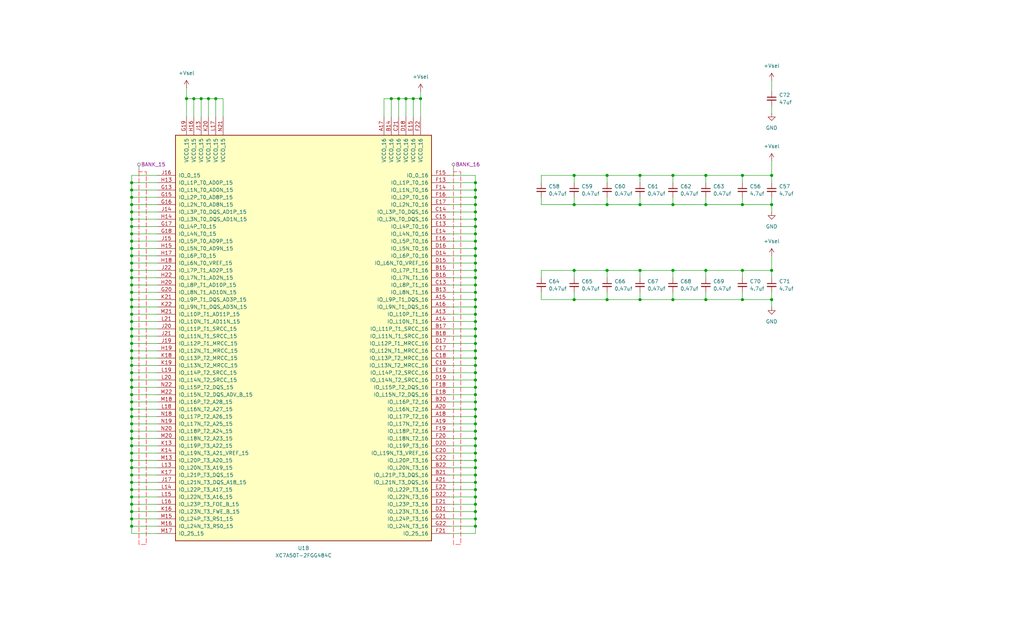
<source format=kicad_sch>
(kicad_sch (version 20250114) (generator "eeschema") (generator_version "9.0")
  (paper "USLegal")
  (junction (at 45.72 152.4))
  (junction (at 257.81 60.96))
  (junction (at 245.11 104.14))
  (junction (at 165.1 96.52))
  (junction (at 45.72 91.44))
  (junction (at 165.1 142.24))
  (junction (at 45.72 86.36))
  (junction (at 45.72 63.5))
  (junction (at 222.25 93.98))
  (junction (at 146.05 34.29))
  (junction (at 267.97 71.12))
  (junction (at 210.82 60.96))
  (junction (at 165.1 127))
  (junction (at 45.72 93.98))
  (junction (at 165.1 99.06))
  (junction (at 165.1 177.8))
  (junction (at 45.72 109.22))
  (junction (at 45.72 121.92))
  (junction (at 45.72 149.86))
  (junction (at 45.72 127))
  (junction (at 45.72 144.78))
  (junction (at 165.1 157.48))
  (junction (at 45.72 66.04))
  (junction (at 45.72 162.56))
  (junction (at 165.1 88.9))
  (junction (at 45.72 160.02))
  (junction (at 69.85 34.29))
  (junction (at 222.25 104.14))
  (junction (at 45.72 101.6))
  (junction (at 165.1 132.08))
  (junction (at 165.1 137.16))
  (junction (at 210.82 104.14))
  (junction (at 165.1 66.04))
  (junction (at 165.1 149.86))
  (junction (at 165.1 170.18))
  (junction (at 245.11 71.12))
  (junction (at 45.72 81.28))
  (junction (at 45.72 157.48))
  (junction (at 165.1 160.02))
  (junction (at 67.31 34.29))
  (junction (at 165.1 182.88))
  (junction (at 45.72 96.52))
  (junction (at 210.82 93.98))
  (junction (at 45.72 68.58))
  (junction (at 45.72 177.8))
  (junction (at 165.1 91.44))
  (junction (at 165.1 78.74))
  (junction (at 165.1 83.82))
  (junction (at 45.72 137.16))
  (junction (at 45.72 78.74))
  (junction (at 45.72 132.08))
  (junction (at 45.72 147.32))
  (junction (at 45.72 167.64))
  (junction (at 245.11 93.98))
  (junction (at 45.72 73.66))
  (junction (at 210.82 71.12))
  (junction (at 45.72 170.18))
  (junction (at 165.1 154.94))
  (junction (at 222.25 71.12))
  (junction (at 199.39 71.12))
  (junction (at 165.1 63.5))
  (junction (at 45.72 124.46))
  (junction (at 45.72 114.3))
  (junction (at 165.1 180.34))
  (junction (at 257.81 93.98))
  (junction (at 165.1 114.3))
  (junction (at 165.1 129.54))
  (junction (at 165.1 162.56))
  (junction (at 233.68 60.96))
  (junction (at 45.72 182.88))
  (junction (at 199.39 104.14))
  (junction (at 165.1 139.7))
  (junction (at 45.72 104.14))
  (junction (at 165.1 93.98))
  (junction (at 45.72 180.34))
  (junction (at 45.72 129.54))
  (junction (at 245.11 60.96))
  (junction (at 257.81 71.12))
  (junction (at 165.1 167.64))
  (junction (at 45.72 134.62))
  (junction (at 165.1 144.78))
  (junction (at 233.68 71.12))
  (junction (at 233.68 93.98))
  (junction (at 143.51 34.29))
  (junction (at 165.1 124.46))
  (junction (at 165.1 152.4))
  (junction (at 45.72 142.24))
  (junction (at 165.1 175.26))
  (junction (at 165.1 121.92))
  (junction (at 267.97 60.96))
  (junction (at 140.97 34.29))
  (junction (at 45.72 119.38))
  (junction (at 257.81 104.14))
  (junction (at 165.1 106.68))
  (junction (at 45.72 83.82))
  (junction (at 165.1 76.2))
  (junction (at 45.72 172.72))
  (junction (at 165.1 147.32))
  (junction (at 165.1 86.36))
  (junction (at 165.1 109.22))
  (junction (at 45.72 111.76))
  (junction (at 165.1 116.84))
  (junction (at 233.68 104.14))
  (junction (at 165.1 101.6))
  (junction (at 45.72 99.06))
  (junction (at 45.72 76.2))
  (junction (at 45.72 106.68))
  (junction (at 45.72 88.9))
  (junction (at 165.1 68.58))
  (junction (at 222.25 60.96))
  (junction (at 64.77 34.29))
  (junction (at 45.72 139.7))
  (junction (at 74.93 34.29))
  (junction (at 45.72 175.26))
  (junction (at 165.1 172.72))
  (junction (at 45.72 71.12))
  (junction (at 267.97 104.14))
  (junction (at 45.72 165.1))
  (junction (at 165.1 81.28))
  (junction (at 199.39 60.96))
  (junction (at 45.72 154.94))
  (junction (at 45.72 116.84))
  (junction (at 72.39 34.29))
  (junction (at 165.1 111.76))
  (junction (at 165.1 134.62))
  (junction (at 267.97 93.98))
  (junction (at 165.1 71.12))
  (junction (at 138.43 34.29))
  (junction (at 165.1 104.14))
  (junction (at 165.1 73.66))
  (junction (at 135.89 34.29))
  (junction (at 165.1 165.1))
  (junction (at 165.1 119.38))
  (junction (at 199.39 93.98))
  (wire (pts (xy 45.72 134.62) (xy 45.72 137.16)))
  (wire (pts (xy 165.1 167.64) (xy 165.1 170.18)))
  (wire (pts (xy 45.72 175.26) (xy 45.72 177.8)))
  (wire (pts (xy 45.72 73.66) (xy 45.72 76.2)))
  (wire (pts (xy 45.72 170.18) (xy 54.61 170.18)))
  (wire (pts (xy 210.82 60.96) (xy 210.82 63.5)))
  (wire (pts (xy 165.1 111.76) (xy 156.21 111.76)))
  (wire (pts (xy 45.72 175.26) (xy 54.61 175.26)))
  (wire (pts (xy 45.72 180.34) (xy 54.61 180.34)))
  (wire (pts (xy 187.96 60.96) (xy 199.39 60.96)))
  (wire (pts (xy 45.72 144.78) (xy 54.61 144.78)))
  (wire (pts (xy 45.72 152.4) (xy 45.72 154.94)))
  (wire (pts (xy 165.1 129.54) (xy 156.21 129.54)))
  (wire (pts (xy 165.1 88.9) (xy 165.1 91.44)))
  (wire (pts (xy 45.72 63.5) (xy 45.72 66.04)))
  (wire (pts (xy 165.1 78.74) (xy 156.21 78.74)))
  (wire (pts (xy 165.1 83.82) (xy 156.21 83.82)))
  (wire (pts (xy 210.82 101.6) (xy 210.82 104.14)))
  (wire (pts (xy 165.1 66.04) (xy 165.1 68.58)))
  (wire (pts (xy 210.82 104.14) (xy 222.25 104.14)))
  (wire (pts (xy 45.72 134.62) (xy 54.61 134.62)))
  (wire (pts (xy 156.21 60.96) (xy 165.1 60.96)))
  (wire (pts (xy 187.96 63.5) (xy 187.96 60.96)))
  (wire (pts (xy 165.1 172.72) (xy 165.1 175.26)))
  (wire (pts (xy 45.72 124.46) (xy 45.72 127)))
  (wire (pts (xy 45.72 76.2) (xy 45.72 78.74)))
  (wire (pts (xy 165.1 63.5) (xy 156.21 63.5)))
  (wire (pts (xy 165.1 157.48) (xy 156.21 157.48)))
  (wire (pts (xy 133.35 34.29) (xy 135.89 34.29)))
  (wire (pts (xy 165.1 124.46) (xy 165.1 127)))
  (wire (pts (xy 222.25 104.14) (xy 233.68 104.14)))
  (wire (pts (xy 45.72 93.98) (xy 54.61 93.98)))
  (wire (pts (xy 165.1 81.28) (xy 156.21 81.28)))
  (wire (pts (xy 165.1 175.26) (xy 156.21 175.26)))
  (wire (pts (xy 45.72 99.06) (xy 54.61 99.06)))
  (wire (pts (xy 45.72 137.16) (xy 54.61 137.16)))
  (wire (pts (xy 45.72 116.84) (xy 45.72 119.38)))
  (wire (pts (xy 45.72 111.76) (xy 45.72 114.3)))
  (wire (pts (xy 165.1 170.18) (xy 156.21 170.18)))
  (wire (pts (xy 165.1 73.66) (xy 165.1 76.2)))
  (wire (pts (xy 222.25 60.96) (xy 222.25 63.5)))
  (wire (pts (xy 165.1 63.5) (xy 165.1 66.04)))
  (wire (pts (xy 45.72 86.36) (xy 54.61 86.36)))
  (wire (pts (xy 199.39 93.98) (xy 210.82 93.98)))
  (wire (pts (xy 45.72 96.52) (xy 45.72 99.06)))
  (wire (pts (xy 210.82 93.98) (xy 222.25 93.98)))
  (wire (pts (xy 165.1 172.72) (xy 156.21 172.72)))
  (wire (pts (xy 165.1 86.36) (xy 165.1 88.9)))
  (wire (pts (xy 45.72 172.72) (xy 54.61 172.72)))
  (wire (pts (xy 165.1 152.4) (xy 156.21 152.4)))
  (wire (pts (xy 222.25 101.6) (xy 222.25 104.14)))
  (wire (pts (xy 45.72 71.12) (xy 45.72 73.66)))
  (wire (pts (xy 187.96 101.6) (xy 187.96 104.14)))
  (wire (pts (xy 165.1 152.4) (xy 165.1 154.94)))
  (wire (pts (xy 72.39 34.29) (xy 74.93 34.29)))
  (wire (pts (xy 45.72 68.58) (xy 45.72 71.12)))
  (wire (pts (xy 165.1 139.7) (xy 156.21 139.7)))
  (wire (pts (xy 74.93 34.29) (xy 74.93 40.64)))
  (wire (pts (xy 45.72 182.88) (xy 54.61 182.88)))
  (wire (pts (xy 267.97 104.14) (xy 267.97 106.68)))
  (wire (pts (xy 45.72 104.14) (xy 45.72 106.68)))
  (wire (pts (xy 245.11 71.12) (xy 257.81 71.12)))
  (wire (pts (xy 143.51 34.29) (xy 143.51 40.64)))
  (wire (pts (xy 165.1 83.82) (xy 165.1 86.36)))
  (wire (pts (xy 165.1 134.62) (xy 165.1 137.16)))
  (wire (pts (xy 165.1 182.88) (xy 156.21 182.88)))
  (wire (pts (xy 165.1 86.36) (xy 156.21 86.36)))
  (wire (pts (xy 45.72 83.82) (xy 45.72 86.36)))
  (wire (pts (xy 45.72 93.98) (xy 45.72 96.52)))
  (wire (pts (xy 45.72 109.22) (xy 45.72 111.76)))
  (wire (pts (xy 165.1 144.78) (xy 165.1 147.32)))
  (wire (pts (xy 199.39 104.14) (xy 210.82 104.14)))
  (wire (pts (xy 165.1 177.8) (xy 165.1 180.34)))
  (wire (pts (xy 165.1 119.38) (xy 165.1 121.92)))
  (wire (pts (xy 199.39 101.6) (xy 199.39 104.14)))
  (wire (pts (xy 165.1 127) (xy 156.21 127)))
  (wire (pts (xy 146.05 34.29) (xy 146.05 40.64)))
  (wire (pts (xy 45.72 76.2) (xy 54.61 76.2)))
  (wire (pts (xy 165.1 121.92) (xy 156.21 121.92)))
  (wire (pts (xy 165.1 111.76) (xy 165.1 114.3)))
  (wire (pts (xy 267.97 36.83) (xy 267.97 39.37)))
  (wire (pts (xy 165.1 121.92) (xy 165.1 124.46)))
  (wire (pts (xy 165.1 124.46) (xy 156.21 124.46)))
  (wire (pts (xy 165.1 109.22) (xy 156.21 109.22)))
  (wire (pts (xy 165.1 99.06) (xy 165.1 101.6)))
  (wire (pts (xy 45.72 165.1) (xy 54.61 165.1)))
  (wire (pts (xy 45.72 91.44) (xy 45.72 93.98)))
  (wire (pts (xy 45.72 88.9) (xy 54.61 88.9)))
  (wire (pts (xy 45.72 185.42) (xy 54.61 185.42)))
  (wire (pts (xy 45.72 167.64) (xy 45.72 170.18)))
  (wire (pts (xy 165.1 93.98) (xy 156.21 93.98)))
  (wire (pts (xy 165.1 180.34) (xy 165.1 182.88)))
  (wire (pts (xy 45.72 177.8) (xy 54.61 177.8)))
  (wire (pts (xy 165.1 114.3) (xy 156.21 114.3)))
  (wire (pts (xy 233.68 93.98) (xy 245.11 93.98)))
  (wire (pts (xy 45.72 127) (xy 54.61 127)))
  (wire (pts (xy 245.11 101.6) (xy 245.11 104.14)))
  (wire (pts (xy 45.72 86.36) (xy 45.72 88.9)))
  (wire (pts (xy 257.81 104.14) (xy 267.97 104.14)))
  (wire (pts (xy 45.72 137.16) (xy 45.72 139.7)))
  (wire (pts (xy 45.72 71.12) (xy 54.61 71.12)))
  (wire (pts (xy 45.72 66.04) (xy 45.72 68.58)))
  (wire (pts (xy 165.1 147.32) (xy 156.21 147.32)))
  (wire (pts (xy 138.43 34.29) (xy 138.43 40.64)))
  (wire (pts (xy 67.31 34.29) (xy 67.31 40.64)))
  (wire (pts (xy 210.82 71.12) (xy 222.25 71.12)))
  (wire (pts (xy 165.1 101.6) (xy 156.21 101.6)))
  (wire (pts (xy 45.72 144.78) (xy 45.72 147.32)))
  (wire (pts (xy 165.1 162.56) (xy 156.21 162.56)))
  (wire (pts (xy 257.81 60.96) (xy 257.81 63.5)))
  (wire (pts (xy 135.89 34.29) (xy 135.89 40.64)))
  (wire (pts (xy 210.82 60.96) (xy 222.25 60.96)))
  (wire (pts (xy 222.25 71.12) (xy 233.68 71.12)))
  (wire (pts (xy 245.11 60.96) (xy 257.81 60.96)))
  (wire (pts (xy 257.81 60.96) (xy 267.97 60.96)))
  (wire (pts (xy 45.72 78.74) (xy 54.61 78.74)))
  (wire (pts (xy 199.39 93.98) (xy 199.39 96.52)))
  (wire (pts (xy 165.1 165.1) (xy 156.21 165.1)))
  (wire (pts (xy 45.72 63.5) (xy 54.61 63.5)))
  (wire (pts (xy 45.72 160.02) (xy 45.72 162.56)))
  (wire (pts (xy 165.1 73.66) (xy 156.21 73.66)))
  (wire (pts (xy 165.1 149.86) (xy 156.21 149.86)))
  (wire (pts (xy 199.39 60.96) (xy 210.82 60.96)))
  (wire (pts (xy 45.72 66.04) (xy 54.61 66.04)))
  (wire (pts (xy 165.1 160.02) (xy 165.1 162.56)))
  (wire (pts (xy 45.72 91.44) (xy 54.61 91.44)))
  (wire (pts (xy 165.1 96.52) (xy 156.21 96.52)))
  (wire (pts (xy 45.72 101.6) (xy 45.72 104.14)))
  (wire (pts (xy 165.1 134.62) (xy 156.21 134.62)))
  (wire (pts (xy 45.72 127) (xy 45.72 129.54)))
  (wire (pts (xy 64.77 30.48) (xy 64.77 34.29)))
  (wire (pts (xy 45.72 160.02) (xy 54.61 160.02)))
  (wire (pts (xy 45.72 109.22) (xy 54.61 109.22)))
  (wire (pts (xy 165.1 119.38) (xy 156.21 119.38)))
  (wire (pts (xy 222.25 93.98) (xy 222.25 96.52)))
  (wire (pts (xy 165.1 127) (xy 165.1 129.54)))
  (wire (pts (xy 165.1 177.8) (xy 156.21 177.8)))
  (wire (pts (xy 267.97 88.9) (xy 267.97 93.98)))
  (wire (pts (xy 165.1 160.02) (xy 156.21 160.02)))
  (wire (pts (xy 165.1 142.24) (xy 165.1 144.78)))
  (wire (pts (xy 245.11 60.96) (xy 245.11 63.5)))
  (wire (pts (xy 165.1 137.16) (xy 156.21 137.16)))
  (wire (pts (xy 45.72 154.94) (xy 45.72 157.48)))
  (wire (pts (xy 165.1 109.22) (xy 165.1 111.76)))
  (wire (pts (xy 165.1 81.28) (xy 165.1 83.82)))
  (wire (pts (xy 257.81 71.12) (xy 267.97 71.12)))
  (wire (pts (xy 165.1 60.96) (xy 165.1 63.5)))
  (wire (pts (xy 45.72 111.76) (xy 54.61 111.76)))
  (wire (pts (xy 69.85 34.29) (xy 69.85 40.64)))
  (wire (pts (xy 165.1 91.44) (xy 165.1 93.98)))
  (wire (pts (xy 187.96 104.14) (xy 199.39 104.14)))
  (wire (pts (xy 267.97 27.94) (xy 267.97 31.75)))
  (wire (pts (xy 64.77 40.64) (xy 64.77 34.29)))
  (wire (pts (xy 165.1 175.26) (xy 165.1 177.8)))
  (wire (pts (xy 45.72 172.72) (xy 45.72 175.26)))
  (wire (pts (xy 45.72 182.88) (xy 45.72 185.42)))
  (wire (pts (xy 45.72 88.9) (xy 45.72 91.44)))
  (wire (pts (xy 165.1 106.68) (xy 156.21 106.68)))
  (wire (pts (xy 45.72 132.08) (xy 54.61 132.08)))
  (wire (pts (xy 143.51 34.29) (xy 146.05 34.29)))
  (wire (pts (xy 199.39 68.58) (xy 199.39 71.12)))
  (wire (pts (xy 165.1 129.54) (xy 165.1 132.08)))
  (wire (pts (xy 45.72 68.58) (xy 54.61 68.58)))
  (wire (pts (xy 165.1 104.14) (xy 156.21 104.14)))
  (wire (pts (xy 45.72 132.08) (xy 45.72 134.62)))
  (wire (pts (xy 257.81 93.98) (xy 267.97 93.98)))
  (wire (pts (xy 165.1 68.58) (xy 165.1 71.12)))
  (wire (pts (xy 267.97 71.12) (xy 267.97 68.58)))
  (wire (pts (xy 45.72 60.96) (xy 45.72 63.5)))
  (wire (pts (xy 233.68 71.12) (xy 245.11 71.12)))
  (wire (pts (xy 45.72 129.54) (xy 54.61 129.54)))
  (wire (pts (xy 165.1 142.24) (xy 156.21 142.24)))
  (wire (pts (xy 165.1 106.68) (xy 165.1 109.22)))
  (wire (pts (xy 267.97 71.12) (xy 267.97 73.66)))
  (wire (pts (xy 233.68 68.58) (xy 233.68 71.12)))
  (wire (pts (xy 165.1 71.12) (xy 156.21 71.12)))
  (wire (pts (xy 165.1 162.56) (xy 165.1 165.1)))
  (wire (pts (xy 45.72 180.34) (xy 45.72 182.88)))
  (wire (pts (xy 45.72 139.7) (xy 54.61 139.7)))
  (wire (pts (xy 45.72 149.86) (xy 54.61 149.86)))
  (wire (pts (xy 77.47 34.29) (xy 77.47 40.64)))
  (wire (pts (xy 233.68 60.96) (xy 245.11 60.96)))
  (wire (pts (xy 133.35 40.64) (xy 133.35 34.29)))
  (wire (pts (xy 165.1 180.34) (xy 156.21 180.34)))
  (wire (pts (xy 165.1 132.08) (xy 165.1 134.62)))
  (wire (pts (xy 45.72 177.8) (xy 45.72 180.34)))
  (wire (pts (xy 165.1 165.1) (xy 165.1 167.64)))
  (wire (pts (xy 45.72 142.24) (xy 54.61 142.24)))
  (wire (pts (xy 45.72 170.18) (xy 45.72 172.72)))
  (wire (pts (xy 45.72 81.28) (xy 45.72 83.82)))
  (wire (pts (xy 45.72 139.7) (xy 45.72 142.24)))
  (wire (pts (xy 165.1 137.16) (xy 165.1 139.7)))
  (wire (pts (xy 165.1 147.32) (xy 165.1 149.86)))
  (wire (pts (xy 45.72 114.3) (xy 54.61 114.3)))
  (wire (pts (xy 165.1 76.2) (xy 165.1 78.74)))
  (wire (pts (xy 165.1 144.78) (xy 156.21 144.78)))
  (wire (pts (xy 45.72 162.56) (xy 54.61 162.56)))
  (wire (pts (xy 45.72 157.48) (xy 54.61 157.48)))
  (wire (pts (xy 45.72 116.84) (xy 54.61 116.84)))
  (wire (pts (xy 72.39 34.29) (xy 72.39 40.64)))
  (wire (pts (xy 165.1 96.52) (xy 165.1 99.06)))
  (wire (pts (xy 165.1 182.88) (xy 165.1 185.42)))
  (wire (pts (xy 138.43 34.29) (xy 140.97 34.29)))
  (wire (pts (xy 69.85 34.29) (xy 72.39 34.29)))
  (wire (pts (xy 165.1 114.3) (xy 165.1 116.84)))
  (wire (pts (xy 45.72 152.4) (xy 54.61 152.4)))
  (wire (pts (xy 245.11 104.14) (xy 257.81 104.14)))
  (wire (pts (xy 45.72 99.06) (xy 45.72 101.6)))
  (wire (pts (xy 165.1 116.84) (xy 165.1 119.38)))
  (wire (pts (xy 67.31 34.29) (xy 69.85 34.29)))
  (wire (pts (xy 165.1 71.12) (xy 165.1 73.66)))
  (wire (pts (xy 165.1 154.94) (xy 165.1 157.48)))
  (wire (pts (xy 233.68 101.6) (xy 233.68 104.14)))
  (wire (pts (xy 140.97 34.29) (xy 143.51 34.29)))
  (wire (pts (xy 45.72 147.32) (xy 45.72 149.86)))
  (wire (pts (xy 45.72 83.82) (xy 54.61 83.82)))
  (wire (pts (xy 165.1 66.04) (xy 156.21 66.04)))
  (wire (pts (xy 45.72 73.66) (xy 54.61 73.66)))
  (wire (pts (xy 267.97 104.14) (xy 267.97 101.6)))
  (wire (pts (xy 45.72 104.14) (xy 54.61 104.14)))
  (wire (pts (xy 45.72 121.92) (xy 54.61 121.92)))
  (wire (pts (xy 74.93 34.29) (xy 77.47 34.29)))
  (wire (pts (xy 45.72 101.6) (xy 54.61 101.6)))
  (wire (pts (xy 222.25 93.98) (xy 233.68 93.98)))
  (wire (pts (xy 45.72 167.64) (xy 54.61 167.64)))
  (wire (pts (xy 135.89 34.29) (xy 138.43 34.29)))
  (wire (pts (xy 165.1 78.74) (xy 165.1 81.28)))
  (wire (pts (xy 45.72 124.46) (xy 54.61 124.46)))
  (wire (pts (xy 257.81 68.58) (xy 257.81 71.12)))
  (wire (pts (xy 45.72 119.38) (xy 54.61 119.38)))
  (wire (pts (xy 45.72 106.68) (xy 45.72 109.22)))
  (wire (pts (xy 165.1 157.48) (xy 165.1 160.02)))
  (wire (pts (xy 45.72 142.24) (xy 45.72 144.78)))
  (wire (pts (xy 45.72 129.54) (xy 45.72 132.08)))
  (wire (pts (xy 45.72 165.1) (xy 45.72 167.64)))
  (wire (pts (xy 165.1 76.2) (xy 156.21 76.2)))
  (wire (pts (xy 165.1 139.7) (xy 165.1 142.24)))
  (wire (pts (xy 233.68 93.98) (xy 233.68 96.52)))
  (wire (pts (xy 165.1 99.06) (xy 156.21 99.06)))
  (wire (pts (xy 222.25 68.58) (xy 222.25 71.12)))
  (wire (pts (xy 199.39 71.12) (xy 210.82 71.12)))
  (wire (pts (xy 165.1 185.42) (xy 156.21 185.42)))
  (wire (pts (xy 45.72 106.68) (xy 54.61 106.68)))
  (wire (pts (xy 245.11 93.98) (xy 257.81 93.98)))
  (wire (pts (xy 165.1 154.94) (xy 156.21 154.94)))
  (wire (pts (xy 165.1 93.98) (xy 165.1 96.52)))
  (wire (pts (xy 257.81 93.98) (xy 257.81 96.52)))
  (wire (pts (xy 45.72 121.92) (xy 45.72 124.46)))
  (wire (pts (xy 54.61 60.96) (xy 45.72 60.96)))
  (wire (pts (xy 165.1 104.14) (xy 165.1 106.68)))
  (wire (pts (xy 210.82 93.98) (xy 210.82 96.52)))
  (wire (pts (xy 45.72 154.94) (xy 54.61 154.94)))
  (wire (pts (xy 45.72 119.38) (xy 45.72 121.92)))
  (wire (pts (xy 165.1 88.9) (xy 156.21 88.9)))
  (wire (pts (xy 45.72 96.52) (xy 54.61 96.52)))
  (wire (pts (xy 45.72 78.74) (xy 45.72 81.28)))
  (wire (pts (xy 233.68 104.14) (xy 245.11 104.14)))
  (wire (pts (xy 199.39 60.96) (xy 199.39 63.5)))
  (wire (pts (xy 45.72 114.3) (xy 45.72 116.84)))
  (wire (pts (xy 146.05 31.75) (xy 146.05 34.29)))
  (wire (pts (xy 45.72 147.32) (xy 54.61 147.32)))
  (wire (pts (xy 245.11 68.58) (xy 245.11 71.12)))
  (wire (pts (xy 267.97 63.5) (xy 267.97 60.96)))
  (wire (pts (xy 233.68 60.96) (xy 233.68 63.5)))
  (wire (pts (xy 165.1 116.84) (xy 156.21 116.84)))
  (wire (pts (xy 165.1 132.08) (xy 156.21 132.08)))
  (wire (pts (xy 267.97 55.88) (xy 267.97 60.96)))
  (wire (pts (xy 245.11 93.98) (xy 245.11 96.52)))
  (wire (pts (xy 210.82 68.58) (xy 210.82 71.12)))
  (wire (pts (xy 45.72 162.56) (xy 45.72 165.1)))
  (wire (pts (xy 187.96 93.98) (xy 199.39 93.98)))
  (wire (pts (xy 45.72 149.86) (xy 45.72 152.4)))
  (wire (pts (xy 165.1 149.86) (xy 165.1 152.4)))
  (wire (pts (xy 165.1 170.18) (xy 165.1 172.72)))
  (wire (pts (xy 187.96 68.58) (xy 187.96 71.12)))
  (wire (pts (xy 165.1 167.64) (xy 156.21 167.64)))
  (wire (pts (xy 222.25 60.96) (xy 233.68 60.96)))
  (wire (pts (xy 187.96 96.52) (xy 187.96 93.98)))
  (wire (pts (xy 165.1 101.6) (xy 165.1 104.14)))
  (wire (pts (xy 45.72 157.48) (xy 45.72 160.02)))
  (wire (pts (xy 165.1 68.58) (xy 156.21 68.58)))
  (wire (pts (xy 165.1 91.44) (xy 156.21 91.44)))
  (wire (pts (xy 64.77 34.29) (xy 67.31 34.29)))
  (wire (pts (xy 140.97 34.29) (xy 140.97 40.64)))
  (wire (pts (xy 187.96 71.12) (xy 199.39 71.12)))
  (wire (pts (xy 45.72 81.28) (xy 54.61 81.28)))
  (wire (pts (xy 267.97 96.52) (xy 267.97 93.98)))
  (wire (pts (xy 257.81 101.6) (xy 257.81 104.14)))
  (rule_area (polyline (pts (xy 48.26 59.69) (xy 48.26 189.23) (xy 50.8 189.23) (xy 50.8 59.69)) (stroke (width 0) (type dash))))
  (rule_area (polyline (pts (xy 157.48 59.69) (xy 157.48 189.23) (xy 160.02 189.23) (xy 160.02 59.69)) (stroke (width 0) (type dash))))
  (netclass_flag "" (length 2.54) (shape round) (at 157.48 59.69 0) (property "Netclass" "BANK_16" (at 158.1785 57.15 0) (effects (justify left))))
  (netclass_flag "" (length 2.54) (shape round) (at 48.26 59.69 0) (property "Netclass" "BANK_15" (at 48.9585 57.15 0) (effects (justify left))))
  (symbol (lib_id "power:+1V0") (at 267.97 27.94 0) (unit 1)
    (property "Reference" "#PWR0109" (effects (hide yes)))
    (property "Value" "+Vsel" (at 267.97 22.86 0))
    (property "Description" "Power symbol creates a global label with name \"+1V0\"" (effects (hide yes)))
  )
  (symbol (lib_id "!Misc:C_0.47uf_0402") (at 210.82 66.04 0) (unit 1)
    (property "Reference" "C60" (at 213.36 64.7762 0) (effects (justify left)))
    (property "Value" "0.47uf" (at 213.36 67.3162 0) (effects (justify left)))
    (property "Footprint" "Capacitor_SMD:C_0402_1005Metric" (effects (hide yes)))
    (property "Description" "Unpolarized capacitor 0.47uf 0402" (effects (hide yes)))
    (property "LCSC Part #" "C1779" (effects (hide yes)))
    (property "Digi-Key Part Number" "1276-1173-1-ND" (effects (hide yes)))
  )
  (symbol (lib_id "!Misc:C_0.47uf_0402") (at 199.39 66.04 0) (unit 1)
    (property "Reference" "C59" (at 201.93 64.7762 0) (effects (justify left)))
    (property "Value" "0.47uf" (at 201.93 67.3162 0) (effects (justify left)))
    (property "Footprint" "Capacitor_SMD:C_0402_1005Metric" (effects (hide yes)))
    (property "Description" "Unpolarized capacitor 0.47uf 0402" (effects (hide yes)))
    (property "LCSC Part #" "C1779" (effects (hide yes)))
    (property "Digi-Key Part Number" "1276-1173-1-ND" (effects (hide yes)))
  )
  (symbol (lib_id "power:GND") (at 267.97 106.68 0) (unit 1)
    (property "Reference" "#PWR012" (effects (hide yes)))
    (property "Value" "GND" (at 267.97 111.76 0))
    (property "Description" "Power symbol creates a global label with name \"GND\" , ground" (effects (hide yes)))
  )
  (symbol (lib_id "!Misc:C_0.47uf_0402") (at 233.68 66.04 0) (unit 1)
    (property "Reference" "C62" (at 236.22 64.7762 0) (effects (justify left)))
    (property "Value" "0.47uf" (at 236.22 67.3162 0) (effects (justify left)))
    (property "Footprint" "Capacitor_SMD:C_0402_1005Metric" (effects (hide yes)))
    (property "Description" "Unpolarized capacitor 0.47uf 0402" (effects (hide yes)))
    (property "LCSC Part #" "C1779" (effects (hide yes)))
    (property "Digi-Key Part Number" "1276-1173-1-ND" (effects (hide yes)))
  )
  (symbol (lib_id "!Misc:C_0.47uf_0402") (at 245.11 66.04 0) (unit 1)
    (property "Reference" "C63" (at 247.65 64.7762 0) (effects (justify left)))
    (property "Value" "0.47uf" (at 247.65 67.3162 0) (effects (justify left)))
    (property "Footprint" "Capacitor_SMD:C_0402_1005Metric" (effects (hide yes)))
    (property "Description" "Unpolarized capacitor 0.47uf 0402" (effects (hide yes)))
    (property "LCSC Part #" "C1779" (effects (hide yes)))
    (property "Digi-Key Part Number" "1276-1173-1-ND" (effects (hide yes)))
  )
  (symbol (lib_id "power:+1V0") (at 267.97 55.88 0) (unit 1)
    (property "Reference" "#PWR0102" (effects (hide yes)))
    (property "Value" "+Vsel" (at 267.97 50.8 0))
    (property "Description" "Power symbol creates a global label with name \"+1V0\"" (effects (hide yes)))
  )
  (symbol (lib_id "power:+1V0") (at 146.05 31.75 0) (unit 1)
    (property "Reference" "#PWR0110" (effects (hide yes)))
    (property "Value" "+Vsel" (at 146.05 26.67 0))
    (property "Description" "Power symbol creates a global label with name \"+1V0\"" (effects (hide yes)))
  )
  (symbol (lib_id "!Misc:C_4.7uf_0805") (at 257.81 66.04 0) (unit 1)
    (property "Reference" "C56" (at 260.35 64.7762 0) (effects (justify left)))
    (property "Value" "4.7uf" (at 260.35 67.3162 0) (effects (justify left)))
    (property "Footprint" "Capacitor_SMD:C_0805_2012Metric" (effects (hide yes)))
    (property "Description" "Unpolarized capacitor 4.7uf 0805" (effects (hide yes)))
    (property "LCSC Part #" "C1779" (effects (hide yes)))
    (property "Digi-Key Part Number" "1276-1244-1-ND" (effects (hide yes)))
  )
  (symbol (lib_id "!Misc:C_0.47uf_0402") (at 233.68 99.06 0) (unit 1)
    (property "Reference" "C68" (at 236.22 97.7962 0) (effects (justify left)))
    (property "Value" "0.47uf" (at 236.22 100.3362 0) (effects (justify left)))
    (property "Footprint" "Capacitor_SMD:C_0402_1005Metric" (effects (hide yes)))
    (property "Description" "Unpolarized capacitor 0.47uf 0402" (effects (hide yes)))
    (property "LCSC Part #" "C1779" (effects (hide yes)))
    (property "Digi-Key Part Number" "1276-1173-1-ND" (effects (hide yes)))
  )
  (symbol (lib_id "power:GND") (at 267.97 39.37 0) (unit 1)
    (property "Reference" "#PWR015" (effects (hide yes)))
    (property "Value" "GND" (at 267.97 44.45 0))
    (property "Description" "Power symbol creates a global label with name \"GND\" , ground" (effects (hide yes)))
  )
  (symbol (lib_id "!Xilinx:XC7A50T-FGG484") (at 105.41 114.3 0) (unit 2)
    (property "Reference" "U1" (at 105.41 190.5 0))
    (property "Value" "XC7A50T-2FGG484C" (at 105.41 193.04 0))
    (property "Footprint" "!Xilinx:Xilinx_FGG484" (effects (hide yes)))
    (property "Description" "XC7A50T-2FGG484C" (effects (hide yes)))
    (property "LCSC Part #" "C1550658" (effects (hide yes)))
    (property "Digi-Key Part Number" "122-2082-ND" (effects (hide yes)))
  )
  (symbol (lib_id "!Misc:C_0.47uf_0402") (at 222.25 66.04 0) (unit 1)
    (property "Reference" "C61" (at 224.79 64.7762 0) (effects (justify left)))
    (property "Value" "0.47uf" (at 224.79 67.3162 0) (effects (justify left)))
    (property "Footprint" "Capacitor_SMD:C_0402_1005Metric" (effects (hide yes)))
    (property "Description" "Unpolarized capacitor 0.47uf 0402" (effects (hide yes)))
    (property "LCSC Part #" "C1779" (effects (hide yes)))
    (property "Digi-Key Part Number" "1276-1173-1-ND" (effects (hide yes)))
  )
  (symbol (lib_id "!Misc:C_0.47uf_0402") (at 187.96 66.04 0) (unit 1)
    (property "Reference" "C58" (at 190.5 64.7762 0) (effects (justify left)))
    (property "Value" "0.47uf" (at 190.5 67.3162 0) (effects (justify left)))
    (property "Footprint" "Capacitor_SMD:C_0402_1005Metric" (effects (hide yes)))
    (property "Description" "Unpolarized capacitor 0.47uf 0402" (effects (hide yes)))
    (property "LCSC Part #" "C1779" (effects (hide yes)))
    (property "Digi-Key Part Number" "1276-1173-1-ND" (effects (hide yes)))
  )
  (symbol (lib_id "!Misc:C_0.47uf_0402") (at 199.39 99.06 0) (unit 1)
    (property "Reference" "C65" (at 201.93 97.7962 0) (effects (justify left)))
    (property "Value" "0.47uf" (at 201.93 100.3362 0) (effects (justify left)))
    (property "Footprint" "Capacitor_SMD:C_0402_1005Metric" (effects (hide yes)))
    (property "Description" "Unpolarized capacitor 0.47uf 0402" (effects (hide yes)))
    (property "LCSC Part #" "C1779" (effects (hide yes)))
    (property "Digi-Key Part Number" "1276-1173-1-ND" (effects (hide yes)))
  )
  (symbol (lib_id "power:GND") (at 267.97 73.66 0) (unit 1)
    (property "Reference" "#PWR09" (effects (hide yes)))
    (property "Value" "GND" (at 267.97 78.74 0))
    (property "Description" "Power symbol creates a global label with name \"GND\" , ground" (effects (hide yes)))
  )
  (symbol (lib_id "!Misc:C_0.47uf_0402") (at 187.96 99.06 0) (unit 1)
    (property "Reference" "C64" (at 190.5 97.7962 0) (effects (justify left)))
    (property "Value" "0.47uf" (at 190.5 100.3362 0) (effects (justify left)))
    (property "Footprint" "Capacitor_SMD:C_0402_1005Metric" (effects (hide yes)))
    (property "Description" "Unpolarized capacitor 0.47uf 0402" (effects (hide yes)))
    (property "LCSC Part #" "C1779" (effects (hide yes)))
    (property "Digi-Key Part Number" "1276-1173-1-ND" (effects (hide yes)))
  )
  (symbol (lib_id "!Misc:C_4.7uf_0805") (at 267.97 66.04 0) (unit 1)
    (property "Reference" "C57" (at 270.51 64.7762 0) (effects (justify left)))
    (property "Value" "4.7uf" (at 270.51 67.3162 0) (effects (justify left)))
    (property "Footprint" "Capacitor_SMD:C_0805_2012Metric" (effects (hide yes)))
    (property "Description" "Unpolarized capacitor 4.7uf 0805" (effects (hide yes)))
    (property "LCSC Part #" "C1779" (effects (hide yes)))
    (property "Digi-Key Part Number" "1276-1244-1-ND" (effects (hide yes)))
  )
  (symbol (lib_id "!Misc:C_47uf_1206") (at 267.97 34.29 0) (unit 1)
    (property "Reference" "C72" (at 270.51 33.0262 0) (effects (justify left)))
    (property "Value" "47uf" (at 270.51 35.5662 0) (effects (justify left)))
    (property "Footprint" "Capacitor_SMD:C_1206_3216Metric" (effects (hide yes)))
    (property "Description" "Unpolarized capacitor 47uf 1206" (effects (hide yes)))
    (property "LCSC Part #" "C96123" (effects (hide yes)))
    (property "Digi-Key Part Number" "1276-3063-1-ND" (effects (hide yes)))
  )
  (symbol (lib_id "!Misc:C_0.47uf_0402") (at 245.11 99.06 0) (unit 1)
    (property "Reference" "C69" (at 247.65 97.7962 0) (effects (justify left)))
    (property "Value" "0.47uf" (at 247.65 100.3362 0) (effects (justify left)))
    (property "Footprint" "Capacitor_SMD:C_0402_1005Metric" (effects (hide yes)))
    (property "Description" "Unpolarized capacitor 0.47uf 0402" (effects (hide yes)))
    (property "LCSC Part #" "C1779" (effects (hide yes)))
    (property "Digi-Key Part Number" "1276-1173-1-ND" (effects (hide yes)))
  )
  (symbol (lib_id "!Misc:C_4.7uf_0805") (at 267.97 99.06 0) (unit 1)
    (property "Reference" "C71" (at 270.51 97.7962 0) (effects (justify left)))
    (property "Value" "4.7uf" (at 270.51 100.3362 0) (effects (justify left)))
    (property "Footprint" "Capacitor_SMD:C_0805_2012Metric" (effects (hide yes)))
    (property "Description" "Unpolarized capacitor 4.7uf 0805" (effects (hide yes)))
    (property "LCSC Part #" "C1779" (effects (hide yes)))
    (property "Digi-Key Part Number" "1276-1244-1-ND" (effects (hide yes)))
  )
  (symbol (lib_id "power:+1V0") (at 267.97 88.9 0) (unit 1)
    (property "Reference" "#PWR0108" (effects (hide yes)))
    (property "Value" "+Vsel" (at 267.97 83.82 0))
    (property "Description" "Power symbol creates a global label with name \"+1V0\"" (effects (hide yes)))
  )
  (symbol (lib_id "power:+1V0") (at 64.77 30.48 0) (unit 1)
    (property "Reference" "#PWR0111" (effects (hide yes)))
    (property "Value" "+Vsel" (at 64.77 25.4 0))
    (property "Description" "Power symbol creates a global label with name \"+1V0\"" (effects (hide yes)))
  )
  (symbol (lib_id "!Misc:C_0.47uf_0402") (at 222.25 99.06 0) (unit 1)
    (property "Reference" "C67" (at 224.79 97.7962 0) (effects (justify left)))
    (property "Value" "0.47uf" (at 224.79 100.3362 0) (effects (justify left)))
    (property "Footprint" "Capacitor_SMD:C_0402_1005Metric" (effects (hide yes)))
    (property "Description" "Unpolarized capacitor 0.47uf 0402" (effects (hide yes)))
    (property "LCSC Part #" "C1779" (effects (hide yes)))
    (property "Digi-Key Part Number" "1276-1173-1-ND" (effects (hide yes)))
  )
  (symbol (lib_id "!Misc:C_0.47uf_0402") (at 210.82 99.06 0) (unit 1)
    (property "Reference" "C66" (at 213.36 97.7962 0) (effects (justify left)))
    (property "Value" "0.47uf" (at 213.36 100.3362 0) (effects (justify left)))
    (property "Footprint" "Capacitor_SMD:C_0402_1005Metric" (effects (hide yes)))
    (property "Description" "Unpolarized capacitor 0.47uf 0402" (effects (hide yes)))
    (property "LCSC Part #" "C1779" (effects (hide yes)))
    (property "Digi-Key Part Number" "1276-1173-1-ND" (effects (hide yes)))
  )
  (symbol (lib_id "!Misc:C_4.7uf_0805") (at 257.81 99.06 0) (unit 1)
    (property "Reference" "C70" (at 260.35 97.7962 0) (effects (justify left)))
    (property "Value" "4.7uf" (at 260.35 100.3362 0) (effects (justify left)))
    (property "Footprint" "Capacitor_SMD:C_0805_2012Metric" (effects (hide yes)))
    (property "Description" "Unpolarized capacitor 4.7uf 0805" (effects (hide yes)))
    (property "LCSC Part #" "C1779" (effects (hide yes)))
    (property "Digi-Key Part Number" "1276-1244-1-ND" (effects (hide yes)))
  )
)
</source>
